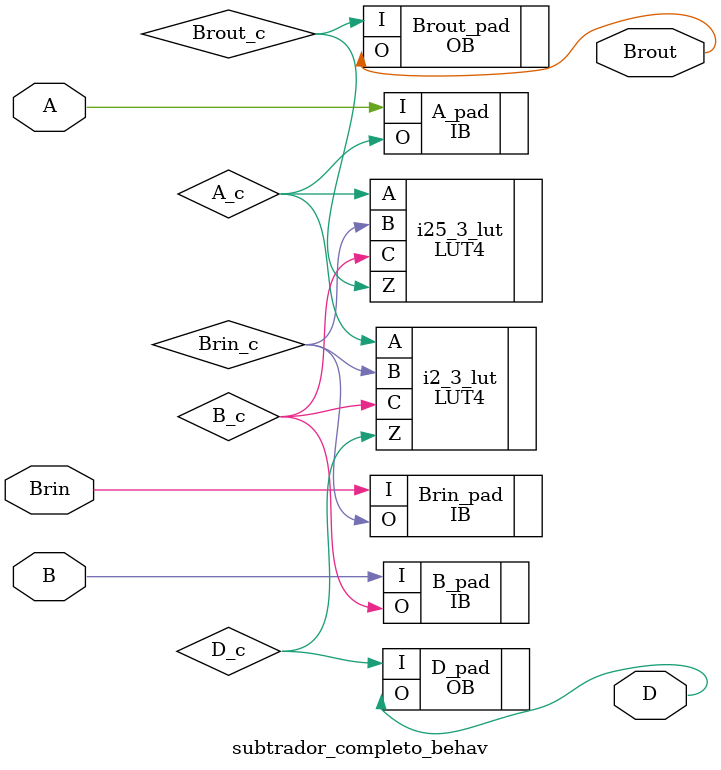
<source format=v>

module subtrador_completo_behav (A, B, Brin, D, Brout) /* synthesis syn_module_defined=1 */ ;   // d:/rtl_fpga/verilog/aula22_subtrator/subtrador_completo_behav.v(1[8:32])
    input A;   // d:/rtl_fpga/verilog/aula22_subtrator/subtrador_completo_behav.v(2[7:8])
    input B;   // d:/rtl_fpga/verilog/aula22_subtrator/subtrador_completo_behav.v(2[9:10])
    input Brin;   // d:/rtl_fpga/verilog/aula22_subtrator/subtrador_completo_behav.v(2[12:16])
    output D;   // d:/rtl_fpga/verilog/aula22_subtrator/subtrador_completo_behav.v(3[12:13])
    output Brout;   // d:/rtl_fpga/verilog/aula22_subtrator/subtrador_completo_behav.v(3[15:20])
    
    
    wire VCC_net, A_c, B_c, Brin_c, D_c, Brout_c, GND_net;
    
    VLO i36 (.Z(GND_net));
    LUT4 i25_3_lut (.A(A_c), .B(Brin_c), .C(B_c), .Z(Brout_c)) /* synthesis lut_function=(A (B (C))+!A (B+(C))) */ ;   // d:/rtl_fpga/verilog/aula22_subtrator/subtrador_completo_behav.v(9[7] 12[13])
    defparam i25_3_lut.init = 16'hd4d4;
    VHI i2 (.Z(VCC_net));
    OB D_pad (.I(D_c), .O(D));   // d:/rtl_fpga/verilog/aula22_subtrator/subtrador_completo_behav.v(3[12:13])
    OB Brout_pad (.I(Brout_c), .O(Brout));   // d:/rtl_fpga/verilog/aula22_subtrator/subtrador_completo_behav.v(3[15:20])
    IB A_pad (.I(A), .O(A_c));   // d:/rtl_fpga/verilog/aula22_subtrator/subtrador_completo_behav.v(2[7:8])
    IB B_pad (.I(B), .O(B_c));   // d:/rtl_fpga/verilog/aula22_subtrator/subtrador_completo_behav.v(2[9:10])
    IB Brin_pad (.I(Brin), .O(Brin_c));   // d:/rtl_fpga/verilog/aula22_subtrator/subtrador_completo_behav.v(2[12:16])
    GSR GSR_INST (.GSR(VCC_net));
    PUR PUR_INST (.PUR(VCC_net));
    defparam PUR_INST.RST_PULSE = 1;
    LUT4 i2_3_lut (.A(A_c), .B(Brin_c), .C(B_c), .Z(D_c)) /* synthesis lut_function=(A (B (C)+!B !(C))+!A !(B (C)+!B !(C))) */ ;   // d:/rtl_fpga/verilog/aula22_subtrator/subtrador_completo_behav.v(6[6:18])
    defparam i2_3_lut.init = 16'h9696;
    
endmodule
//
// Verilog Description of module PUR
// module not written out since it is a black-box. 
//


</source>
